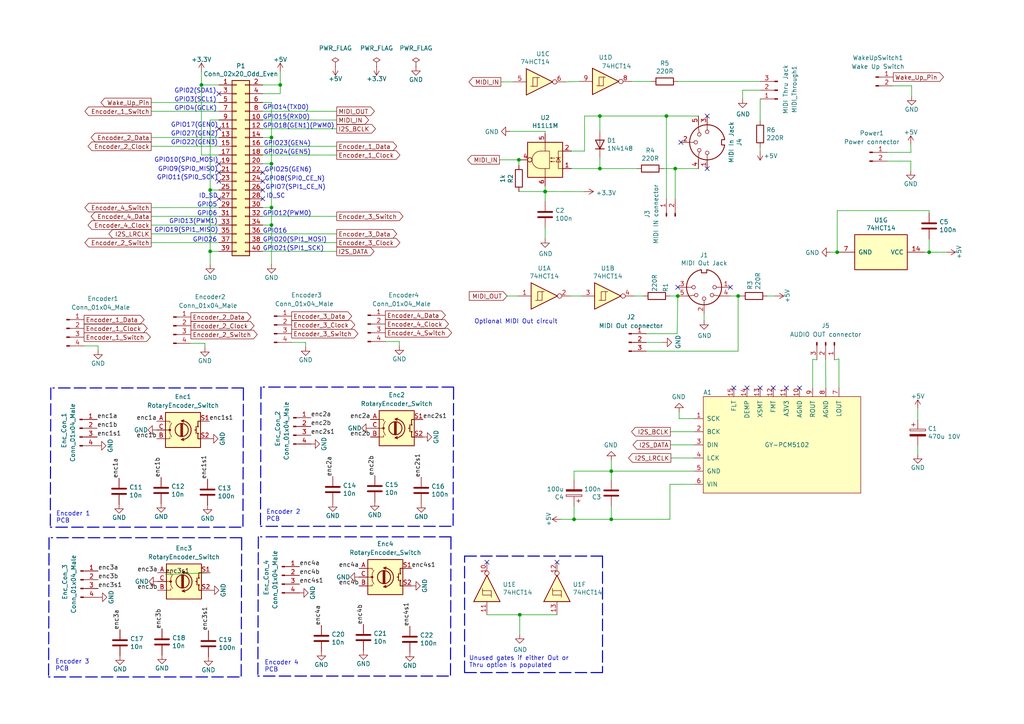
<source format=kicad_sch>
(kicad_sch (version 20211123) (generator eeschema)
  (paper "A4")
  (title_block (title "zynthian miniature") (date "2023-09-01") (rev "1.0") (company "Stojos") (comment 1 "- zynthian controller single") (comment 2 "- clumsyMIDI schematic") (comment 3 "based on:"))
  (junction (at 78.74 60.198))
  (junction (at 177.292 136.652))
  (junction (at 60.96 55.118))
  (junction (at 269.494 73.152))
  (junction (at 78.74 39.878))
  (junction (at 166.497 150.622))
  (junction (at 78.74 65.278))
  (junction (at 81.28 24.638))
  (junction (at 196.596 85.852))
  (junction (at 150.749 178.308))
  (junction (at 60.96 72.898))
  (junction (at 158.115 55.5704))
  (junction (at 242.824 73.152))
  (junction (at 78.74 47.498))
  (junction (at 58.42 24.638))
  (junction (at 150.495 46.355))
  (junction (at 173.99 33.655))
  (junction (at 193.2859 33.655))
  (junction (at 177.292 150.622))
  (junction (at 173.99 48.895))
  (junction (at 214.0864 85.852))
  (junction (at 158.115 55.5502))
  (junction (at 195.8391 48.895))
  (no_connect (at 197.485 41.275))
  (no_connect (at 63.5 27.178))
  (no_connect (at 63.5 57.658))
  (no_connect (at 228.092 112.522))
  (no_connect (at 76.2 52.578))
  (no_connect (at 76.2 50.038))
  (no_connect (at 76.2 57.658))
  (no_connect (at 76.2 55.118))
  (no_connect (at 141.224 163.068))
  (no_connect (at 196.596 83.312))
  (no_connect (at 63.5 50.038))
  (no_connect (at 205.105 48.895))
  (no_connect (at 63.5 47.498))
  (no_connect (at 161.544 163.068))
  (no_connect (at 211.836 83.312))
  (no_connect (at 216.662 112.522))
  (no_connect (at 63.5 37.338))
  (no_connect (at 224.282 112.522))
  (no_connect (at 63.5 52.578))
  (no_connect (at 212.852 112.522))
  (no_connect (at 231.902 112.522))
  (no_connect (at 220.472 112.522))
  (no_connect (at 205.105 33.655))
  (wire (pts (xy 243.332 112.522) (xy 243.332 104.1146)))
  (polyline (pts (xy 70.0918 156.1455) (xy 69.9555 196.1837)) (stroke (width 0.3048)))
  (polyline (pts (xy 75.692 112.268) (xy 75.5557 152.3062)) (stroke (width 0.3048)))
  (wire (pts (xy 81.28 24.638) (xy 76.2 24.638)))
  (wire (pts (xy 194.31 85.852) (xy 196.596 85.852)))
  (wire (pts (xy 196.977 119.507) (xy 196.977 121.412)))
  (wire (pts (xy 173.99 33.655) (xy 193.2859 33.655)))
  (wire (pts (xy 43.8552 60.2131) (xy 63.5 60.198)))
  (wire (pts (xy 183.896 85.852) (xy 186.69 85.852)))
  (wire (pts (xy 55.372 99.568) (xy 59.436 99.568)))
  (wire (pts (xy 177.292 150.622) (xy 194.3068 150.622)))
  (wire (pts (xy 235.712 104.2053) (xy 236.9312 104.3686)))
  (wire (pts (xy 269.494 69.342) (xy 269.494 73.152)))
  (wire (pts (xy 24.384 100.33) (xy 28.448 100.33)))
  (wire (pts (xy 194.3068 140.4601) (xy 201.422 140.462)))
  (wire (pts (xy 220.472 35.052) (xy 220.472 33.782)))
  (wire (pts (xy 43.8552 70.3731) (xy 63.5 70.358)))
  (wire (pts (xy 266.192 121.666) (xy 266.192 118.491)))
  (wire (pts (xy 76.2 72.898) (xy 97.6568 72.9131)))
  (polyline (pts (xy 131.572 112.268) (xy 76.327 112.268)) (stroke (width 0.3048)))
  (polyline (pts (xy 134.747 195.072) (xy 134.747 161.29)) (stroke (width 0.3048)))
  (wire (pts (xy 243.332 104.1146) (xy 242.0112 104.3686)))
  (wire (pts (xy 194.5948 132.8263) (xy 201.422 132.842)))
  (wire (pts (xy 257.302 46.736) (xy 264.1849 46.736)))
  (wire (pts (xy 173.99 33.655) (xy 173.99 38.1)))
  (wire (pts (xy 220.4846 28.6979) (xy 220.472 33.782)))
  (wire (pts (xy 196.977 121.412) (xy 201.422 121.412)))
  (polyline (pts (xy 14.732 112.522) (xy 14.5957 152.5602)) (stroke (width 0.3048)))
  (wire (pts (xy 43.8552 39.8931) (xy 63.5 39.878)))
  (wire (pts (xy 78.74 65.278) (xy 76.2 65.278)))
  (wire (pts (xy 43.8552 29.7331) (xy 63.5 29.718)))
  (wire (pts (xy 195.8391 48.895) (xy 202.565 48.895)))
  (polyline (pts (xy 70.5998 112.7115) (xy 70.4635 152.7497)) (stroke (width 0.3048)))
  (polyline (pts (xy 174.752 161.29) (xy 174.752 195.072)) (stroke (width 0.3048)))
  (wire (pts (xy 58.42 20.828) (xy 58.42 24.638)))
  (wire (pts (xy 239.522 112.522) (xy 239.4712 104.3686)))
  (wire (pts (xy 194.437 125.222) (xy 201.422 125.222)))
  (wire (pts (xy 60.96 34.798) (xy 60.96 55.118)))
  (polyline (pts (xy 131.5598 112.4575) (xy 131.4235 152.4957)) (stroke (width 0.3048)))
  (wire (pts (xy 43.8552 42.4331) (xy 63.5 42.418)))
  (wire (pts (xy 78.74 60.198) (xy 76.2 60.198)))
  (wire (pts (xy 195.834 57.658) (xy 195.8391 48.895)))
  (wire (pts (xy 220.4846 26.1579) (xy 215.392 26.162)))
  (wire (pts (xy 222.504 85.852) (xy 224.79 85.852)))
  (wire (pts (xy 158.115 55.5502) (xy 169.5805 55.5704)))
  (wire (pts (xy 158.115 58.42) (xy 158.115 55.5704)))
  (wire (pts (xy 58.42 24.638) (xy 58.42 44.958)))
  (wire (pts (xy 147.955 38.1) (xy 158.115 38.1)))
  (wire (pts (xy 28.448 100.33) (xy 28.448 101.6)))
  (polyline (pts (xy 14.224 155.956) (xy 14.0877 195.9942)) (stroke (width 0.3048)))
  (polyline (pts (xy 70.104 155.956) (xy 14.859 155.956)) (stroke (width 0.3048)))
  (wire (pts (xy 173.99 33.655) (xy 169.545 33.655)))
  (wire (pts (xy 193.294 57.658) (xy 193.2859 33.655)))
  (wire (pts (xy 78.74 39.878) (xy 78.74 47.498)))
  (wire (pts (xy 158.115 55.5704) (xy 158.115 55.5502)))
  (wire (pts (xy 78.74 60.198) (xy 78.74 65.278)))
  (wire (pts (xy 169.545 43.815) (xy 165.735 43.815)))
  (wire (pts (xy 43.8552 62.7531) (xy 63.5 62.738)))
  (wire (pts (xy 60.96 166.116) (xy 48.006 166.624)))
  (wire (pts (xy 58.42 24.638) (xy 63.5 24.638)))
  (wire (pts (xy 60.96 55.118) (xy 60.96 72.898)))
  (wire (pts (xy 60.96 34.798) (xy 63.5 34.798)))
  (wire (pts (xy 201.422 129.032) (xy 194.4355 129.0269)))
  (wire (pts (xy 264.2177 44.196) (xy 264.16 41.91)))
  (wire (pts (xy 164.084 23.749) (xy 168.021 23.622)))
  (wire (pts (xy 257.302 44.196) (xy 264.2177 44.196)))
  (wire (pts (xy 235.712 112.522) (xy 235.712 104.2053)))
  (wire (pts (xy 78.74 39.878) (xy 76.2 39.878)))
  (wire (pts (xy 111.76 99.06) (xy 115.824 99.06)))
  (wire (pts (xy 204.216 90.932) (xy 204.216 92.964)))
  (wire (pts (xy 187.452 96.774) (xy 196.3978 96.774)))
  (wire (pts (xy 187.452 99.314) (xy 192.278 99.314)))
  (polyline (pts (xy 70.612 112.522) (xy 15.367 112.522)) (stroke (width 0.3048)))
  (wire (pts (xy 166.497 136.652) (xy 166.497 139.192)))
  (wire (pts (xy 165.481 85.852) (xy 168.656 85.852)))
  (wire (pts (xy 144.8773 46.355) (xy 150.495 46.355)))
  (wire (pts (xy 166.497 136.652) (xy 177.292 136.652)))
  (wire (pts (xy 84.582 99.314) (xy 88.646 99.314)))
  (wire (pts (xy 214.0864 101.854) (xy 214.0864 85.852)))
  (wire (pts (xy 78.74 65.278) (xy 78.74 76.708)))
  (wire (pts (xy 60.96 72.898) (xy 63.5 72.898)))
  (wire (pts (xy 196.3978 96.774) (xy 196.596 85.852)))
  (wire (pts (xy 78.74 47.498) (xy 76.2 47.498)))
  (wire (pts (xy 192.405 48.895) (xy 195.8391 48.895)))
  (wire (pts (xy 266.192 131.826) (xy 266.192 129.286)))
  (wire (pts (xy 240.919 73.152) (xy 242.824 73.152)))
  (wire (pts (xy 269.494 73.152) (xy 268.224 73.152)))
  (wire (pts (xy 201.422 136.652) (xy 177.292 136.652)))
  (wire (pts (xy 76.2 62.738) (xy 97.6568 62.7531)))
  (wire (pts (xy 150.495 55.5431) (xy 158.115 55.5704)))
  (polyline (pts (xy 130.048 196.088) (xy 74.803 196.088)) (stroke (width 0.3048)))
  (wire (pts (xy 78.74 29.718) (xy 76.2 29.718)))
  (wire (pts (xy 78.74 29.718) (xy 78.74 39.878)))
  (wire (pts (xy 76.2 67.818) (xy 97.6568 67.8331)))
  (wire (pts (xy 215.392 28.702) (xy 215.392 26.162)))
  (wire (pts (xy 147.066 85.852) (xy 150.241 85.852)))
  (wire (pts (xy 177.292 136.652) (xy 177.292 133.477)))
  (wire (pts (xy 81.28 20.828) (xy 81.28 24.638)))
  (wire (pts (xy 177.292 139.192) (xy 177.292 136.652)))
  (wire (pts (xy 141.224 178.308) (xy 150.749 178.308)))
  (wire (pts (xy 166.497 150.622) (xy 162.687 150.622)))
  (wire (pts (xy 194.3068 140.4601) (xy 194.3068 150.622)))
  (wire (pts (xy 97.6568 34.8131) (xy 76.2 34.798)))
  (wire (pts (xy 58.42 44.958) (xy 63.5 44.958)))
  (wire (pts (xy 60.96 72.898) (xy 60.96 76.708)))
  (wire (pts (xy 274.574 73.152) (xy 269.494 73.152)))
  (wire (pts (xy 158.115 38.1) (xy 158.115 38.735)))
  (wire (pts (xy 177.292 150.622) (xy 166.497 150.622)))
  (wire (pts (xy 150.749 178.308) (xy 161.544 178.308)))
  (wire (pts (xy 115.824 99.06) (xy 115.824 100.33)))
  (wire (pts (xy 184.785 48.895) (xy 173.99 48.895)))
  (polyline (pts (xy 69.342 196.342) (xy 14.097 196.342)) (stroke (width 0.3048)))
  (wire (pts (xy 60.96 55.118) (xy 63.5 55.118)))
  (wire (pts (xy 242.824 61.087) (xy 269.494 61.087)))
  (wire (pts (xy 76.2 42.418) (xy 97.6568 42.4331)))
  (polyline (pts (xy 174.752 195.072) (xy 134.747 195.072)) (stroke (width 0.3048)))
  (wire (pts (xy 173.99 45.72) (xy 173.99 48.895)))
  (wire (pts (xy 242.824 73.152) (xy 242.824 61.087)))
  (wire (pts (xy 169.545 33.655) (xy 169.545 43.815)))
  (polyline (pts (xy 69.85 152.908) (xy 14.605 152.908)) (stroke (width 0.3048)))
  (wire (pts (xy 269.494 61.087) (xy 269.494 61.722)))
  (wire (pts (xy 183.261 23.622) (xy 188.976 23.622)))
  (wire (pts (xy 78.74 47.498) (xy 78.74 60.198)))
  (wire (pts (xy 88.646 99.314) (xy 88.646 100.584)))
  (wire (pts (xy 177.292 146.812) (xy 177.292 150.622)))
  (wire (pts (xy 148.844 23.749) (xy 145.278 23.7518)))
  (wire (pts (xy 264.1849 46.736) (xy 264.16 49.53)))
  (wire (pts (xy 59.436 99.568) (xy 59.436 100.838)))
  (wire (pts (xy 150.495 46.355) (xy 150.495 47.9231)))
  (polyline (pts (xy 130.81 152.654) (xy 75.565 152.654)) (stroke (width 0.3048)))
  (wire (pts (xy 81.28 27.178) (xy 76.2 27.178)))
  (wire (pts (xy 76.2 44.958) (xy 97.6568 44.9731)))
  (wire (pts (xy 187.452 101.854) (xy 214.0864 101.854)))
  (wire (pts (xy 76.2 70.358) (xy 97.6568 70.3731)))
  (wire (pts (xy 173.99 48.895) (xy 165.735 48.895)))
  (polyline (pts (xy 74.93 155.702) (xy 74.7937 195.7402)) (stroke (width 0.3048)))
  (wire (pts (xy 214.0864 85.852) (xy 214.884 85.852)))
  (wire (pts (xy 158.115 66.04) (xy 158.115 69.215)))
  (wire (pts (xy 264.414 24.892) (xy 264.414 27.94)))
  (wire (pts (xy 43.8552 32.2731) (xy 63.5 32.258)))
  (wire (pts (xy 76.2 32.258) (xy 97.6568 32.2731)))
  (wire (pts (xy 211.836 85.852) (xy 214.0864 85.852)))
  (wire (pts (xy 193.2859 33.655) (xy 202.565 33.655)))
  (wire (pts (xy 220.472 43.942) (xy 220.472 42.672)))
  (wire (pts (xy 43.8552 67.8331) (xy 63.5 67.818)))
  (polyline (pts (xy 130.7978 155.8915) (xy 130.6615 195.9297)) (stroke (width 0.3048)))
  (wire (pts (xy 196.596 23.622) (xy 220.4846 23.6179)))
  (wire (pts (xy 76.2 37.338) (xy 97.6568 37.3531)))
  (wire (pts (xy 166.497 150.622) (xy 166.497 146.812)))
  (polyline (pts (xy 130.81 155.702) (xy 75.565 155.702)) (stroke (width 0.3048)))
  (polyline (pts (xy 174.752 161.29) (xy 134.747 161.29)) (stroke (width 0.3048)))
  (wire (pts (xy 259.08 24.892) (xy 264.414 24.892)))
  (wire (pts (xy 81.28 24.638) (xy 81.28 27.178)))
  (wire (pts (xy 150.749 178.308) (xy 150.749 184.023)))
  (wire (pts (xy 63.5 65.278) (xy 43.8552 65.2931)))
  (wire (pts (xy 158.115 55.5502) (xy 158.115 53.975)))
  (text "Encoder 1\nPCB" (at 16.256 151.892 0) (effects (font (size 1.27 1.27)) (justify left bottom)))
  (text "GPIO13(PWM1)" (at 49.022 65.024 0) (effects (font (size 1.27 1.27)) (justify left bottom)))
  (text "ID_SC" (at 77.216 57.658 0) (effects (font (size 1.27 1.27)) (justify left bottom)))
  (text "GPIO22(GEN3)" (at 49.53 42.164 0) (effects (font (size 1.27 1.27)) (justify left bottom)))
  (text "GPIO7(SPI1_CE_N)" (at 76.962 55.118 0) (effects (font (size 1.27 1.27)) (justify left bottom)))
  (text "Encoder 3\nPCB" (at 16.002 194.818 0) (effects (font (size 1.27 1.27)) (justify left bottom)))
  (text "GPIO12(PWM0)" (at 76.2 62.738 0) (effects (font (size 1.27 1.27)) (justify left bottom)))
  (text "Encoder 2\nPCB" (at 77.216 151.384 0) (effects (font (size 1.27 1.27)) (justify left bottom)))
  (text "GPIO25(GEN6)" (at 76.708 50.038 0) (effects (font (size 1.27 1.27)) (justify left bottom)))
  (text "ID_SD" (at 57.658 57.658 0) (effects (font (size 1.27 1.27)) (justify left bottom)))
  (text "GPIO23(GEN4)" (at 76.454 42.418 0) (effects (font (size 1.27 1.27)) (justify left bottom)))
  (text "GPIO6" (at 57.15 62.738 0) (effects (font (size 1.27 1.27)) (justify left bottom)))
  (text "GPIO15(RXD0)" (at 76.2 34.798 0) (effects (font (size 1.27 1.27)) (justify left bottom)))
  (text "GPIO26" (at 55.88 70.358 0) (effects (font (size 1.27 1.27)) (justify left bottom)))
  (text "Encoder 4\nPCB" (at 76.708 195.072 0) (effects (font (size 1.27 1.27)) (justify left bottom)))
  (text "GPIO10(SPI0_MOSI)" (at 44.704 47.244 0) (effects (font (size 1.27 1.27)) (justify left bottom)))
  (text "GPIO9(SPI0_MISO)" (at 45.8025 49.8901 0) (effects (font (size 1.27 1.27)) (justify left bottom)))
  (text "GPIO27(GEN2)" (at 49.53 39.624 0) (effects (font (size 1.27 1.27)) (justify left bottom)))
  (text "GPIO14(TXD0)" (at 76.2 32.004 0) (effects (font (size 1.27 1.27)) (justify left bottom)))
  (text "GPIO24(GEN5)" (at 76.454 44.958 0) (effects (font (size 1.27 1.27)) (justify left bottom)))
  (text "GPIO11(SPI0_SCK)" (at 45.466 52.324 0) (effects (font (size 1.27 1.27)) (justify left bottom)))
  (text "Optional MIDI Out circuit" (at 137.541 94.107 0) (effects (font (size 1.27 1.27)) (justify left bottom)))
  (text "GPIO5" (at 57.15 60.198 0) (effects (font (size 1.27 1.27)) (justify left bottom)))
  (text "GPIO19(SPI1_MISO)" (at 44.704 67.564 0) (effects (font (size 1.27 1.27)) (justify left bottom)))
  (text "Unused gates if either Out or\nThru option is populated\n" (at 136.017 193.802 0) (effects (font (size 1.27 1.27)) (justify left bottom)))
  (text "GPIO17(GEN0)" (at 49.53 37.084 0) (effects (font (size 1.27 1.27)) (justify left bottom)))
  (text "GPIO4(GCLK)" (at 50.546 32.258 0) (effects (font (size 1.27 1.27)) (justify left bottom)))
  (text "GPIO8(SPI0_CE_N)" (at 76.734 52.6526 0) (effects (font (size 1.27 1.27)) (justify left bottom)))
  (text "GPIO20(SPI1_MOSI)" (at 76.2 70.358 0) (effects (font (size 1.27 1.27)) (justify left bottom)))
  (text "GPI02(SDA1)" (at 50.546 27.178 0) (effects (font (size 1.27 1.27)) (justify left bottom)))
  (text "GPIO18(GEN1)(PWM0)" (at 76.2 37.338 0) (effects (font (size 1.27 1.27)) (justify left bottom)))
  (text "GPIO21(SPI1_SCK)" (at 76.2 72.898 0) (effects (font (size 1.27 1.27)) (justify left bottom)))
  (text "GPIO3(SCL1)" (at 50.546 29.718 0) (effects (font (size 1.27 1.27)) (justify left bottom)))
  (text "GPIO16" (at 76.2 67.818 0) (effects (font (size 1.27 1.27)) (justify left bottom)))
  (label "enc1a" (at 34.544 138.684 90))
  (label "enc2a" (at 96.52 138.176 90))
  (label "enc1b" (at 46.736 138.43 90))
  (label "enc3s1" (at 60.452 182.88 90))
  (label "enc1a" (at 45.466 122.174 180))
  (label "enc4s1" (at 119.38 164.846 0))
  (label "enc2s1" (at 122.174 138.43 90))
  (label "enc3b" (at 45.72 171.196 180))
  (label "enc4a" (at 86.868 164.338 0))
  (label "enc4a" (at 104.14 164.846 180))
  (label "enc2a" (at 90.17 121.158 0))
  (label "enc3s1" (at 48.006 166.624 0))
  (label "enc3a" (at 45.72 166.116 180))
  (label "enc4b" (at 105.41 181.102 90))
  (label "enc1b" (at 28.194 124.206 0))
  (label "enc4b" (at 86.868 166.878 0))
  (label "enc3s1" (at 28.448 170.688 0))
  (label "enc2b" (at 107.442 126.746 180))
  (label "enc4a" (at 93.218 181.356 90))
  (label "enc4b" (at 104.14 169.926 180))
  (label "enc2b" (at 90.17 123.698 0))
  (label "enc2b" (at 108.712 137.922 90))
  (label "enc1a" (at 28.194 121.666 0))
  (label "enc2s1" (at 122.682 121.666 0))
  (label "enc3a" (at 34.798 182.626 90))
  (label "enc3a" (at 28.448 165.608 0))
  (label "enc2a" (at 107.442 121.666 180))
  (label "enc4s1" (at 118.872 181.61 90))
  (label "enc1s1" (at 60.198 138.938 90))
  (label "enc2s1" (at 90.17 126.238 0))
  (label "enc4s1" (at 86.868 169.418 0))
  (label "enc3b" (at 28.448 168.148 0))
  (label "enc1s1" (at 60.706 122.174 0))
  (label "enc1b" (at 45.466 127.254 180))
  (label "enc1s1" (at 28.194 126.746 0))
  (label "enc3b" (at 46.99 182.372 90))
  (global_label "I2S_BCLK" (shape output) (at 97.6568 37.3531 0) (property "Intersheet References" "${INTERSHEET_REFS}" (effects hide)))
  (global_label "MIDI_OUT" (shape input) (at 147.066 85.852 180) (property "Intersheet References" "${INTERSHEET_REFS}" (effects hide)))
  (global_label "MIDI_IN" (shape output) (at 97.6568 34.8131 0) (property "Intersheet References" "${INTERSHEET_REFS}" (effects hide)))
  (global_label "Encoder_2_Data" (shape output) (at 55.372 91.948 0) (property "Intersheet References" "${INTERSHEET_REFS}" (effects hide)))
  (global_label "I2S_BCLK" (shape output) (at 194.437 125.222 180) (property "Intersheet References" "${INTERSHEET_REFS}" (effects hide)))
  (global_label "Encoder_3_Switch" (shape output) (at 97.6568 62.7531 0) (property "Intersheet References" "${INTERSHEET_REFS}" (effects hide)))
  (global_label "I2S_LRCLK" (shape output) (at 194.5948 132.8263 180) (property "Intersheet References" "${INTERSHEET_REFS}" (effects hide)))
  (global_label "Encoder_2_Clock" (shape output) (at 55.372 94.488 0) (property "Intersheet References" "${INTERSHEET_REFS}" (effects hide)))
  (global_label "Encoder_4_Clock" (shape output) (at 43.8552 65.2931 180) (property "Intersheet References" "${INTERSHEET_REFS}" (effects hide)))
  (global_label "Encoder_3_Data" (shape output) (at 97.6568 67.8331 0) (property "Intersheet References" "${INTERSHEET_REFS}" (effects hide)))
  (global_label "MIDI_IN" (shape output) (at 144.8773 46.355 180) (property "Intersheet References" "${INTERSHEET_REFS}" (effects hide)))
  (global_label "Encoder_3_Data" (shape output) (at 84.582 91.694 0) (property "Intersheet References" "${INTERSHEET_REFS}" (effects hide)))
  (global_label "MIDI_IN" (shape output) (at 145.278 23.7518 180) (property "Intersheet References" "${INTERSHEET_REFS}" (effects hide)))
  (global_label "Encoder_3_Switch" (shape output) (at 84.582 96.774 0) (property "Intersheet References" "${INTERSHEET_REFS}" (effects hide)))
  (global_label "Encoder_1_Switch" (shape output) (at 24.384 97.79 0) (property "Intersheet References" "${INTERSHEET_REFS}" (effects hide)))
  (global_label "Encoder_2_Switch" (shape output) (at 43.8552 70.3731 180) (property "Intersheet References" "${INTERSHEET_REFS}" (effects hide)))
  (global_label "Encoder_2_Switch" (shape output) (at 55.372 97.028 0) (property "Intersheet References" "${INTERSHEET_REFS}" (effects hide)))
  (global_label "Encoder_4_Data" (shape output) (at 43.8552 62.7531 180) (property "Intersheet References" "${INTERSHEET_REFS}" (effects hide)))
  (global_label "Encoder_2_Data" (shape output) (at 43.8552 39.8931 180) (property "Intersheet References" "${INTERSHEET_REFS}" (effects hide)))
  (global_label "Encoder_4_Switch" (shape output) (at 111.76 96.52 0) (property "Intersheet References" "${INTERSHEET_REFS}" (effects hide)))
  (global_label "Encoder_3_Clock" (shape output) (at 97.6568 70.3731 0) (property "Intersheet References" "${INTERSHEET_REFS}" (effects hide)))
  (global_label "I2S_DATA" (shape output) (at 194.4355 129.0269 180) (property "Intersheet References" "${INTERSHEET_REFS}" (effects hide)))
  (global_label "Encoder_4_Clock" (shape output) (at 111.76 93.98 0) (property "Intersheet References" "${INTERSHEET_REFS}" (effects hide)))
  (global_label "Encoder_2_Clock" (shape output) (at 43.8552 42.4331 180) (property "Intersheet References" "${INTERSHEET_REFS}" (effects hide)))
  (global_label "Encoder_1_Data" (shape output) (at 24.384 92.71 0) (property "Intersheet References" "${INTERSHEET_REFS}" (effects hide)))
  (global_label "I2S_DATA" (shape output) (at 97.6568 72.9131 0) (property "Intersheet References" "${INTERSHEET_REFS}" (effects hide)))
  (global_label "Encoder_1_Clock" (shape output) (at 97.6568 44.9731 0) (property "Intersheet References" "${INTERSHEET_REFS}" (effects hide)))
  (global_label "Encoder_1_Clock" (shape output) (at 24.384 95.25 0) (property "Intersheet References" "${INTERSHEET_REFS}" (effects hide)))
  (global_label "Wake_Up_Pin" (shape output) (at 259.08 22.352 0) (property "Intersheet References" "${INTERSHEET_REFS}" (effects hide)))
  (global_label "MIDI_OUT" (shape output) (at 97.6568 32.2731 0) (property "Intersheet References" "${INTERSHEET_REFS}" (effects hide)))
  (global_label "Encoder_4_Switch" (shape output) (at 43.8552 60.2131 180) (property "Intersheet References" "${INTERSHEET_REFS}" (effects hide)))
  (global_label "Encoder_1_Switch" (shape output) (at 43.8552 32.2731 180) (property "Intersheet References" "${INTERSHEET_REFS}" (effects hide)))
  (global_label "Encoder_1_Data" (shape output) (at 97.6568 42.4331 0) (property "Intersheet References" "${INTERSHEET_REFS}" (effects hide)))
  (global_label "Encoder_3_Clock" (shape output) (at 84.582 94.234 0) (property "Intersheet References" "${INTERSHEET_REFS}" (effects hide)))
  (global_label "Encoder_4_Data" (shape output) (at 111.76 91.44 0) (property "Intersheet References" "${INTERSHEET_REFS}" (effects hide)))
  (global_label "Wake_Up_Pin" (shape output) (at 43.8552 29.7331 180) (property "Intersheet References" "${INTERSHEET_REFS}" (effects hide)))
  (global_label "I2S_LRCLK" (shape output) (at 43.8552 67.8331 180) (property "Intersheet References" "${INTERSHEET_REFS}" (effects hide)))
  (symbol (lib_id "power:+5V") (at 81.28 20.828 0) (unit 1)
    (property "Reference" "#PWR010" (effects hide))
    (property "Value" "+5V" (at 81.28 17.272 0))
  )
  (symbol (lib_id "power:+3.3V") (at 58.42 20.828 0) (unit 1)
    (property "Reference" "#PWR06" (effects hide))
    (property "Value" "+3.3V" (at 58.42 17.272 0))
  )
  (symbol (lib_id "power:GND") (at 78.74 76.708 0) (unit 1)
    (property "Reference" "#PWR09" (effects hide))
    (property "Value" "GND" (at 78.74 80.518 0))
  )
  (symbol (lib_id "power:GND") (at 60.96 76.708 0) (unit 1)
    (property "Reference" "#PWR07" (effects hide))
    (property "Value" "GND" (at 60.96 80.518 0))
  )
  (symbol (lib_id "Connector_Generic:Conn_02x20_Odd_Even") (at 68.58 47.498 0) (unit 1)
    (property "Reference" "P1" (at 69.85 19.1262 0))
    (property "Value" "Conn_02x20_Odd_Even" (at 69.85 21.4376 0))
    (property "Footprint" "Connector_PinSocket_2.54mm:PinSocket_2x20_P2.54mm_Vertical" (effects hide))
  )
  (symbol (lib_id "Connector:DIN-5_180degree") (at 205.105 41.275 90) (unit 1)
    (property "Reference" "J4" (at 214.4268 41.275 0))
    (property "Value" "MIDI In Jack" (at 212.1154 41.275 0))
    (property "Footprint" "footprints:MultiDIN5" (effects hide))
  )
  (symbol (lib_id "Device:D") (at 173.99 41.91 90) (unit 1)
    (property "Reference" "D1" (at 176.022 40.7416 90) (effects (justify right)))
    (property "Value" "1N4148" (at 176.022 43.053 90) (effects (justify right)))
    (property "Footprint" "Diode_THT:D_DO-35_SOD27_P7.62mm_Horizontal" (effects hide))
  )
  (symbol (lib_id "Device:R") (at 188.595 48.895 270) (unit 1)
    (property "Reference" "R4" (at 188.595 43.6372 90))
    (property "Value" "220R" (at 188.595 45.9486 90))
    (property "Footprint" "Resistor_THT:R_Axial_DIN0207_L6.3mm_D2.5mm_P7.62mm_Horizontal" (effects hide))
  )
  (symbol (lib_id "Isolator:H11L1") (at 158.115 46.355 180) (unit 1)
    (property "Reference" "U2" (at 158.115 34.1376 0))
    (property "Value" "H11L1M" (at 158.115 36.449 0))
    (property "Footprint" "Package_DIP:DIP-6_W7.62mm" (effects hide))
  )
  (symbol (lib_id "Device:R") (at 150.495 51.7331 180) (unit 1)
    (property "Reference" "R2" (at 148.082 51.816 90))
    (property "Value" "1k" (at 145.7706 51.816 90))
    (property "Footprint" "Resistor_THT:R_Axial_DIN0207_L6.3mm_D2.5mm_P7.62mm_Horizontal" (effects hide))
  )
  (symbol (lib_id "Device:C") (at 158.115 62.23 0) (unit 1)
    (property "Reference" "C2" (at 161.036 61.0616 0) (effects (justify left)))
    (property "Value" "100n" (at 161.036 63.373 0) (effects (justify left)))
    (property "Footprint" "Capacitor_THT:C_Rect_L7.0mm_W2.0mm_P5.00mm" (effects hide))
  )
  (symbol (lib_id "power:GND") (at 147.955 38.1 270) (unit 1)
    (property "Reference" "#PWR017" (effects hide))
    (property "Value" "GND" (at 144.7038 38.227 90) (effects (justify right)))
  )
  (symbol (lib_id "power:+3.3V") (at 169.5805 55.5704 270) (unit 1)
    (property "Reference" "#PWR020" (effects hide))
    (property "Value" "+3.3V" (at 172.8317 55.9514 90) (effects (justify left)))
  )
  (symbol (lib_id "power:GND") (at 158.115 69.215 0) (unit 1)
    (property "Reference" "#PWR019" (effects hide))
    (property "Value" "GND" (at 158.242 73.6092 0))
  )
  (symbol (lib_id "Device:C") (at 177.292 143.002 180) (unit 1)
    (property "Reference" "C3" (at 174.371 144.1704 0) (effects (justify left)))
    (property "Value" "100n" (at 174.371 141.859 0) (effects (justify left)))
    (property "Footprint" "Capacitor_THT:C_Rect_L7.0mm_W2.0mm_P5.00mm" (effects hide))
  )
  (symbol (lib_id "Device:C_Polarized") (at 266.192 125.476 0) (unit 1)
    (property "Reference" "C1" (at 269.113 124.3076 0) (effects (justify left)))
    (property "Value" "470u 10V" (at 269.113 126.619 0) (effects (justify left)))
    (property "Footprint" "Capacitor_THT:CP_Radial_D8.0mm_P3.50mm" (effects hide))
  )
  (symbol (lib_id "power:+5V") (at 266.192 118.491 0) (unit 1)
    (property "Reference" "#PWR01" (effects hide))
    (property "Value" "+5V" (at 266.192 114.935 0))
  )
  (symbol (lib_id "power:GND") (at 266.192 131.826 0) (unit 1)
    (property "Reference" "#PWR02" (effects hide))
    (property "Value" "GND" (at 266.192 135.636 0))
  )
  (symbol (lib_id "Device:C_Polarized") (at 166.497 143.002 180) (unit 1)
    (property "Reference" "C4" (at 163.576 144.1704 0) (effects (justify left)))
    (property "Value" "100u" (at 163.576 141.859 0) (effects (justify left)))
    (property "Footprint" "Capacitor_THT:CP_Radial_D6.3mm_P2.50mm" (effects hide))
  )
  (symbol (lib_id "power:+5V") (at 162.687 150.622 90) (unit 1)
    (property "Reference" "#PWR023" (effects hide))
    (property "Value" "+5V" (at 159.131 150.622 0))
  )
  (symbol (lib_id "power:GND") (at 177.292 133.477 180) (unit 1)
    (property "Reference" "#PWR022" (effects hide))
    (property "Value" "GND" (at 177.165 129.0828 0))
  )
  (symbol (lib_id "gy-pcm5102:GY-PCM5102") (at 226.822 129.032 0) (unit 1)
    (property "Reference" "A1" (at 203.962 113.792 0) (effects (justify left)))
    (property "Value" "GY-PCM5102" (at 221.742 129.032 0) (effects (justify left)))
    (property "Footprint" "footprints:GY-PCM5102" (effects hide))
  )
  (symbol (lib_id "power:GND") (at 196.977 119.507 180) (unit 1)
    (property "Reference" "#PWR021" (effects hide))
    (property "Value" "GND" (at 196.85 115.1128 0))
  )
  (symbol (lib_id "74xx:74HC14") (at 157.861 85.852 0) (unit 1)
    (property "Reference" "U1" (at 157.861 77.8002 0))
    (property "Value" "74HCT14" (at 157.861 80.1116 0))
    (property "Footprint" "Package_DIP:DIP-14_W7.62mm" (effects hide))
    (property "Datasheet" "http://www.ti.com/lit/gpn/sn74HC14" (effects hide))
  )
  (symbol (lib_id "74xx:74HC14") (at 176.276 85.852 0) (unit 2)
    (property "Reference" "U1" (at 176.276 77.8002 0))
    (property "Value" "74HCT14" (at 176.276 80.1116 0))
    (property "Footprint" "Package_DIP:DIP-14_W7.62mm" (effects hide))
    (property "Datasheet" "http://www.ti.com/lit/gpn/sn74HC14" (effects hide))
  )
  (symbol (lib_id "74xx:74HC14") (at 156.464 23.749 0) (unit 3)
    (property "Reference" "U1" (at 159.512 15.621 0) (effects (justify right)))
    (property "Value" "74HCT14" (at 159.512 17.9324 0) (effects (justify right)))
    (property "Footprint" "Package_DIP:DIP-14_W7.62mm" (effects hide))
    (property "Datasheet" "http://www.ti.com/lit/gpn/sn74HC14" (effects hide))
  )
  (symbol (lib_id "74xx:74HC14") (at 175.641 23.622 0) (unit 4)
    (property "Reference" "U1" (at 175.641 16.637 0))
    (property "Value" "74HCT14" (at 178.816 19.177 0))
    (property "Footprint" "Package_DIP:DIP-14_W7.62mm" (effects hide))
    (property "Datasheet" "http://www.ti.com/lit/gpn/sn74HC14" (effects hide))
  )
  (symbol (lib_id "74xx:74HC14") (at 141.224 170.688 90) (unit 5)
    (property "Reference" "U1" (at 145.796 169.5196 90) (effects (justify right)))
    (property "Value" "74HCT14" (at 145.796 171.831 90) (effects (justify right)))
    (property "Footprint" "Package_DIP:DIP-14_W7.62mm" (effects hide))
    (property "Datasheet" "http://www.ti.com/lit/gpn/sn74HC14" (effects hide))
  )
  (symbol (lib_id "74xx:74HC14") (at 161.544 170.688 90) (unit 6)
    (property "Reference" "U1" (at 166.116 169.5196 90) (effects (justify right)))
    (property "Value" "74HCT14" (at 166.116 171.831 90) (effects (justify right)))
    (property "Footprint" "Package_DIP:DIP-14_W7.62mm" (effects hide))
    (property "Datasheet" "http://www.ti.com/lit/gpn/sn74HC14" (effects hide))
  )
  (symbol (lib_id "74xx:74HC14") (at 255.524 73.152 270) (unit 7)
    (property "Reference" "U1" (at 255.524 63.8302 90))
    (property "Value" "74HCT14" (at 255.524 66.1416 90))
    (property "Footprint" "Package_DIP:DIP-14_W7.62mm" (effects hide))
    (property "Datasheet" "http://www.ti.com/lit/gpn/sn74HC14" (effects hide))
  )
  (symbol (lib_id "Device:C") (at 269.494 65.532 0) (unit 1)
    (property "Reference" "C5" (at 272.415 64.3636 0) (effects (justify left)))
    (property "Value" "100n" (at 272.415 66.675 0) (effects (justify left)))
    (property "Footprint" "Capacitor_THT:C_Rect_L7.0mm_W2.0mm_P5.00mm" (effects hide))
  )
  (symbol (lib_id "power:+5V") (at 274.574 73.152 270) (unit 1)
    (property "Reference" "#PWR027" (effects hide))
    (property "Value" "+5V" (at 278.13 73.152 0))
  )
  (symbol (lib_id "power:GND") (at 240.919 73.152 270) (unit 1)
    (property "Reference" "#PWR026" (effects hide))
    (property "Value" "GND" (at 237.6678 73.279 90) (effects (justify right)))
  )
  (symbol (lib_id "Connector:DIN-5_180degree") (at 204.216 83.312 180) (unit 1)
    (property "Reference" "J1" (at 204.216 73.9902 0))
    (property "Value" "MIDI Out Jack" (at 204.216 76.3016 0))
    (property "Footprint" "footprints:MultiDIN5" (effects hide))
  )
  (symbol (lib_id "Connector:Conn_01x03_Male") (at 225.5646 26.1579 180) (unit 1)
    (property "Reference" "MIDI_Through1" (at 230.3906 25.9039 90))
    (property "Value" "MIDI Thru Jack" (at 227.8506 25.9039 90))
    (property "Footprint" "Connector_PinHeader_2.54mm:PinHeader_1x03_P2.54mm_Vertical" (effects hide))
  )
  (symbol (lib_id "Device:R") (at 192.786 23.622 270) (unit 1)
    (property "Reference" "R5" (at 192.786 18.3642 90))
    (property "Value" "220R" (at 192.786 20.6756 90))
    (property "Footprint" "Resistor_THT:R_Axial_DIN0207_L6.3mm_D2.5mm_P7.62mm_Horizontal" (effects hide))
  )
  (symbol (lib_id "power:+5V") (at 220.472 43.942 180) (unit 1)
    (property "Reference" "#PWR025" (effects hide))
    (property "Value" "+5V" (at 223.52 45.212 0))
  )
  (symbol (lib_id "Device:R") (at 220.472 38.862 180) (unit 1)
    (property "Reference" "R6" (at 222.25 37.6936 0) (effects (justify right)))
    (property "Value" "220R" (at 222.25 40.005 0) (effects (justify right)))
    (property "Footprint" "Resistor_THT:R_Axial_DIN0207_L6.3mm_D2.5mm_P7.62mm_Horizontal" (effects hide))
  )
  (symbol (lib_id "power:GND") (at 215.392 28.702 0) (unit 1)
    (property "Reference" "#PWR024" (effects hide))
    (property "Value" "GND" (at 215.519 33.0962 0))
  )
  (symbol (lib_id "power:+5V") (at 224.79 85.852 270) (unit 1)
    (property "Reference" "#PWR018" (effects hide))
    (property "Value" "+5V" (at 228.346 85.852 0))
  )
  (symbol (lib_id "Device:R") (at 218.694 85.852 270) (unit 1)
    (property "Reference" "R3" (at 217.5256 84.074 0) (effects (justify right)))
    (property "Value" "220R" (at 219.837 84.074 0) (effects (justify right)))
    (property "Footprint" "Resistor_THT:R_Axial_DIN0207_L6.3mm_D2.5mm_P7.62mm_Horizontal" (effects hide))
  )
  (symbol (lib_id "power:GND") (at 204.216 92.964 0) (unit 1)
    (property "Reference" "#PWR014" (effects hide))
    (property "Value" "GND" (at 204.343 97.3582 0))
  )
  (symbol (lib_id "power:GND") (at 150.749 184.023 0) (unit 1)
    (property "Reference" "#PWR03" (effects hide))
    (property "Value" "GND" (at 150.876 188.4172 0))
  )
  (symbol (lib_id "Device:R") (at 190.5 85.852 270) (unit 1)
    (property "Reference" "R1" (at 193.04 82.042 0) (effects (justify left)))
    (property "Value" "220R" (at 189.865 79.502 0) (effects (justify left)))
    (property "Footprint" "Resistor_THT:R_Axial_DIN0207_L6.3mm_D2.5mm_P7.62mm_Horizontal" (effects hide))
  )
  (symbol (lib_id "power:GND") (at 264.16 49.53 0) (unit 1)
    (property "Reference" "#PWR012" (effects hide))
    (property "Value" "GND" (at 264.16 53.34 0))
  )
  (symbol (lib_id "power:PWR_FLAG") (at 120.65 19.304 0) (unit 1)
    (property "Reference" "#FLG0103" (effects hide))
    (property "Value" "PWR_FLAG" (at 120.65 13.97 0))
  )
  (symbol (lib_id "power:GND") (at 122.682 126.746 90) (unit 1)
    (property "Reference" "#PWR0102" (effects hide))
    (property "Value" "GND" (at 126.492 126.746 0))
  )
  (symbol (lib_id "power:GND") (at 104.14 167.386 270) (unit 1)
    (property "Reference" "#PWR0121" (effects hide))
    (property "Value" "GND" (at 99.568 167.386 90))
  )
  (symbol (lib_id "Device:RotaryEncoder_Switch") (at 115.062 124.206 0) (unit 1)
    (property "Reference" "Enc2" (at 115.062 114.554 0))
    (property "Value" "RotaryEncoder_Switch" (at 115.062 117.094 0))
    (property "Footprint" "Rotary_Encoder:RotaryEncoder_Alps_EC12E-Switch_Vertical_H20mm" (effects hide))
  )
  (symbol (lib_id "power:GND") (at 122.174 146.05 0) (unit 1)
    (property "Reference" "#PWR0108" (effects hide))
    (property "Value" "GND" (at 122.174 149.86 0))
  )
  (symbol (lib_id "power:GND") (at 28.448 173.228 90) (unit 1)
    (property "Reference" "#PWR0115" (effects hide))
    (property "Value" "GND" (at 32.258 173.228 0))
  )
  (symbol (lib_id "Connector:Conn_01x04_Male") (at 79.502 94.234 0) (unit 1)
    (property "Reference" "Encoder3" (at 88.9 85.598 0))
    (property "Value" "Conn_01x04_Male" (at 88.265 88.138 0))
    (property "Footprint" "Connector_PinHeader_2.54mm:PinHeader_1x04_P2.54mm_Vertical" (effects hide))
  )
  (symbol (lib_id "power:GND") (at 46.736 146.05 0) (unit 1)
    (property "Reference" "#PWR0120" (effects hide))
    (property "Value" "GND" (at 46.736 149.86 0))
  )
  (symbol (lib_id "power:GND") (at 60.198 146.558 0) (unit 1)
    (property "Reference" "#PWR0118" (effects hide))
    (property "Value" "GND" (at 60.198 150.368 0))
  )
  (symbol (lib_id "Connector:Conn_01x04_Male") (at 19.304 95.25 0) (unit 1)
    (property "Reference" "Encoder1" (at 29.845 86.614 0))
    (property "Value" "Conn_01x04_Male" (at 29.21 89.154 0))
    (property "Footprint" "Connector_PinHeader_2.54mm:PinHeader_1x04_P2.54mm_Vertical" (effects hide))
  )
  (symbol (lib_id "Connector:Conn_01x04_Male") (at 81.788 166.878 0) (unit 1)
    (property "Reference" "Enc_Con_4" (at 77.216 167.513 90))
    (property "Value" "Conn_01x04_Male" (at 79.756 168.148 90))
    (property "Footprint" "Connector_PinHeader_2.54mm:PinHeader_1x04_P2.54mm_Vertical" (effects hide))
  )
  (symbol (lib_id "power:+5V") (at 97.282 19.304 180) (unit 1)
    (property "Reference" "#PWR0125" (effects hide))
    (property "Value" "+5V" (at 97.282 22.86 0))
  )
  (symbol (lib_id "Connector:Conn_01x04_Male") (at 23.114 124.206 0) (unit 1)
    (property "Reference" "Enc_Con_1" (at 18.542 124.841 90))
    (property "Value" "Conn_01x04_Male" (at 21.082 125.476 90))
    (property "Footprint" "Connector_PinHeader_2.54mm:PinHeader_1x04_P2.54mm_Vertical" (effects hide))
  )
  (symbol (lib_id "power:GND") (at 45.466 124.714 270) (unit 1)
    (property "Reference" "#PWR0124" (effects hide))
    (property "Value" "GND" (at 40.894 124.714 90))
  )
  (symbol (lib_id "Device:C") (at 34.544 142.494 0) (unit 1)
    (property "Reference" "C11" (at 37.465 141.3256 0) (effects (justify left)))
    (property "Value" "10n" (at 37.465 143.637 0) (effects (justify left)))
    (property "Footprint" "Capacitor_THT:C_Rect_L4.0mm_W2.5mm_P2.50mm" (effects hide))
  )
  (symbol (lib_id "power:GND") (at 60.96 171.196 90) (unit 1)
    (property "Reference" "#PWR0113" (effects hide))
    (property "Value" "GND" (at 64.77 171.196 0))
  )
  (symbol (lib_id "power:GND") (at 96.52 145.796 0) (unit 1)
    (property "Reference" "#PWR0110" (effects hide))
    (property "Value" "GND" (at 96.52 149.606 0))
  )
  (symbol (lib_id "power:GND") (at 115.824 100.33 0) (unit 1)
    (property "Reference" "#PWR016" (effects hide))
    (property "Value" "GND" (at 115.824 104.14 0))
  )
  (symbol (lib_id "Device:C") (at 96.52 141.986 0) (unit 1)
    (property "Reference" "C14" (at 99.441 140.8176 0) (effects (justify left)))
    (property "Value" "10n" (at 99.441 143.129 0) (effects (justify left)))
    (property "Footprint" "Capacitor_THT:C_Rect_L4.0mm_W2.5mm_P2.50mm" (effects hide))
  )
  (symbol (lib_id "power:GND") (at 120.65 19.304 0) (unit 1)
    (property "Reference" "#PWR0127" (effects hide))
    (property "Value" "GND" (at 120.65 23.114 0))
  )
  (symbol (lib_id "power:GND") (at 108.712 145.542 0) (unit 1)
    (property "Reference" "#PWR0109" (effects hide))
    (property "Value" "GND" (at 108.712 149.352 0))
  )
  (symbol (lib_id "Connector:Conn_01x04_Male") (at 85.09 123.698 0) (unit 1)
    (property "Reference" "Enc_Con_2" (at 80.518 124.333 90))
    (property "Value" "Conn_01x04_Male" (at 83.058 124.968 90))
    (property "Footprint" "Connector_PinHeader_2.54mm:PinHeader_1x04_P2.54mm_Vertical" (effects hide))
  )
  (symbol (lib_id "Connector:Conn_01x04_Male") (at 23.368 168.148 0) (unit 1)
    (property "Reference" "Enc_Con_3" (at 18.796 168.783 90))
    (property "Value" "Conn_01x04_Male" (at 21.336 169.418 90))
    (property "Footprint" "Connector_PinHeader_2.54mm:PinHeader_1x04_P2.54mm_Vertical" (effects hide))
  )
  (symbol (lib_id "power:GND") (at 93.218 188.976 0) (unit 1)
    (property "Reference" "#PWR0106" (effects hide))
    (property "Value" "GND" (at 93.218 192.786 0))
  )
  (symbol (lib_id "power:GND") (at 34.798 190.246 0) (unit 1)
    (property "Reference" "#PWR0112" (effects hide))
    (property "Value" "GND" (at 34.798 194.056 0))
  )
  (symbol (lib_id "Device:C") (at 46.99 186.182 0) (unit 1)
    (property "Reference" "C18" (at 49.911 185.0136 0) (effects (justify left)))
    (property "Value" "10n" (at 49.911 187.325 0) (effects (justify left)))
    (property "Footprint" "Capacitor_THT:C_Rect_L4.0mm_W2.5mm_P2.50mm" (effects hide))
  )
  (symbol (lib_id "Connector:Conn_01x02_Male") (at 193.294 62.738 90) (unit 1)
    (property "Reference" "J3" (at 187.706 62.103 0))
    (property "Value" "MIDI IN connector" (at 190.246 62.103 0))
    (property "Footprint" "Connector_PinHeader_2.54mm:PinHeader_1x02_P2.54mm_Vertical" (effects hide))
  )
  (symbol (lib_id "Connector:Conn_01x02_Male") (at 252.222 44.196 0) (unit 1)
    (property "Reference" "Power1" (at 252.857 38.608 0))
    (property "Value" "Power connector" (at 252.857 41.148 0))
    (property "Footprint" "Connector_PinHeader_2.54mm:PinHeader_1x02_P2.54mm_Vertical" (effects hide))
  )
  (symbol (lib_id "power:PWR_FLAG") (at 97.282 19.304 0) (unit 1)
    (property "Reference" "#FLG0101" (effects hide))
    (property "Value" "PWR_FLAG" (at 97.282 13.97 0))
  )
  (symbol (lib_id "power:GND") (at 90.17 128.778 90) (unit 1)
    (property "Reference" "#PWR0101" (effects hide))
    (property "Value" "GND" (at 93.98 128.778 0))
  )
  (symbol (lib_id "power:GND") (at 107.442 124.206 270) (unit 1)
    (property "Reference" "#PWR0122" (effects hide))
    (property "Value" "GND" (at 102.87 124.206 90))
  )
  (symbol (lib_id "Device:C") (at 93.218 185.166 0) (unit 1)
    (property "Reference" "C20" (at 96.139 183.9976 0) (effects (justify left)))
    (property "Value" "10n" (at 96.139 186.309 0) (effects (justify left)))
    (property "Footprint" "Capacitor_THT:C_Rect_L4.0mm_W2.5mm_P2.50mm" (effects hide))
  )
  (symbol (lib_id "Connector:Conn_01x02_Male") (at 254 22.352 0) (unit 1)
    (property "Reference" "WakeUpSwitch1" (at 254.635 16.764 0))
    (property "Value" "Wake Up Switch" (at 254.635 19.304 0))
    (property "Footprint" "Connector_PinHeader_2.54mm:PinHeader_1x02_P2.54mm_Vertical" (effects hide))
  )
  (symbol (lib_id "Connector:Conn_01x03_Male") (at 182.372 99.314 0) (unit 1)
    (property "Reference" "J2" (at 183.007 91.948 0))
    (property "Value" "MIDI Out connector" (at 183.007 94.488 0))
    (property "Footprint" "Connector_PinHeader_2.54mm:PinHeader_1x03_P2.54mm_Vertical" (effects hide))
  )
  (symbol (lib_id "Device:RotaryEncoder_Switch") (at 53.34 168.656 0) (unit 1)
    (property "Reference" "Enc3" (at 53.34 159.004 0))
    (property "Value" "RotaryEncoder_Switch" (at 53.34 161.544 0))
    (property "Footprint" "Rotary_Encoder:RotaryEncoder_Alps_EC12E-Switch_Vertical_H20mm" (effects hide))
  )
  (symbol (lib_id "power:GND") (at 118.872 189.23 0) (unit 1)
    (property "Reference" "#PWR0105" (effects hide))
    (property "Value" "GND" (at 118.872 193.04 0))
  )
  (symbol (lib_id "Connector:Conn_01x04_Male") (at 106.68 93.98 0) (unit 1)
    (property "Reference" "Encoder4" (at 117.094 85.598 0))
    (property "Value" "Conn_01x04_Male" (at 116.459 88.138 0))
    (property "Footprint" "Connector_PinHeader_2.54mm:PinHeader_1x04_P2.54mm_Vertical" (effects hide))
  )
  (symbol (lib_id "power:GND") (at 34.544 146.304 0) (unit 1)
    (property "Reference" "#PWR0119" (effects hide))
    (property "Value" "GND" (at 34.544 150.114 0))
  )
  (symbol (lib_id "power:GND") (at 264.414 27.94 0) (unit 1)
    (property "Reference" "#PWR05" (effects hide))
    (property "Value" "GND" (at 264.414 31.75 0))
  )
  (symbol (lib_id "power:GND") (at 59.436 100.838 0) (unit 1)
    (property "Reference" "#PWR08" (effects hide))
    (property "Value" "GND" (at 59.436 104.648 0))
  )
  (symbol (lib_id "power:GND") (at 28.448 101.6 0) (unit 1)
    (property "Reference" "#PWR04" (effects hide))
    (property "Value" "GND" (at 28.448 105.41 0))
  )
  (symbol (lib_id "power:GND") (at 60.706 127.254 90) (unit 1)
    (property "Reference" "#PWR0117" (effects hide))
    (property "Value" "GND" (at 64.516 127.254 0))
  )
  (symbol (lib_id "Connector:Conn_01x03_Male") (at 239.4712 99.2886 270) (unit 1)
    (property "Reference" "J5" (at 239.4712 94.4626 90))
    (property "Value" "AUDIO OUT connector" (at 239.4712 97.0026 90))
    (property "Footprint" "Connector_PinHeader_2.54mm:PinHeader_1x03_P2.54mm_Vertical" (effects hide))
  )
  (symbol (lib_id "Device:C") (at 122.174 142.24 0) (unit 1)
    (property "Reference" "C16" (at 125.095 141.0716 0) (effects (justify left)))
    (property "Value" "100n" (at 125.095 143.383 0) (effects (justify left)))
    (property "Footprint" "Capacitor_THT:C_Rect_L4.0mm_W2.5mm_P2.50mm" (effects hide))
  )
  (symbol (lib_id "power:GND") (at 28.194 129.286 90) (unit 1)
    (property "Reference" "#PWR0116" (effects hide))
    (property "Value" "GND" (at 32.004 129.286 0))
  )
  (symbol (lib_id "Device:C") (at 108.712 141.732 0) (unit 1)
    (property "Reference" "C15" (at 111.633 140.5636 0) (effects (justify left)))
    (property "Value" "10n" (at 111.633 142.875 0) (effects (justify left)))
    (property "Footprint" "Capacitor_THT:C_Rect_L4.0mm_W2.5mm_P2.50mm" (effects hide))
  )
  (symbol (lib_id "power:GND") (at 119.38 169.926 90) (unit 1)
    (property "Reference" "#PWR0104" (effects hide))
    (property "Value" "GND" (at 123.19 169.926 0))
  )
  (symbol (lib_id "Connector:Conn_01x04_Male") (at 50.292 94.488 0) (unit 1)
    (property "Reference" "Encoder2" (at 60.96 86.106 0))
    (property "Value" "Conn_01x04_Male" (at 60.325 88.646 0))
    (property "Footprint" "Connector_PinHeader_2.54mm:PinHeader_1x04_P2.54mm_Vertical" (effects hide))
  )
  (symbol (lib_id "power:GND") (at 105.41 188.722 0) (unit 1)
    (property "Reference" "#PWR0107" (effects hide))
    (property "Value" "GND" (at 105.41 192.532 0))
  )
  (symbol (lib_id "Device:C") (at 46.736 142.24 0) (unit 1)
    (property "Reference" "C12" (at 49.657 141.0716 0) (effects (justify left)))
    (property "Value" "10n" (at 49.657 143.383 0) (effects (justify left)))
    (property "Footprint" "Capacitor_THT:C_Rect_L4.0mm_W2.5mm_P2.50mm" (effects hide))
  )
  (symbol (lib_id "Device:C") (at 60.452 186.69 0) (unit 1)
    (property "Reference" "C19" (at 63.373 185.5216 0) (effects (justify left)))
    (property "Value" "100n" (at 63.373 187.833 0) (effects (justify left)))
    (property "Footprint" "Capacitor_THT:C_Rect_L4.0mm_W2.5mm_P2.50mm" (effects hide))
  )
  (symbol (lib_id "Device:C") (at 34.798 186.436 0) (unit 1)
    (property "Reference" "C17" (at 37.719 185.2676 0) (effects (justify left)))
    (property "Value" "10n" (at 37.719 187.579 0) (effects (justify left)))
    (property "Footprint" "Capacitor_THT:C_Rect_L4.0mm_W2.5mm_P2.50mm" (effects hide))
  )
  (symbol (lib_id "Device:RotaryEncoder_Switch") (at 111.76 167.386 0) (unit 1)
    (property "Reference" "Enc4" (at 111.76 157.734 0))
    (property "Value" "RotaryEncoder_Switch" (at 111.76 160.274 0))
    (property "Footprint" "Rotary_Encoder:RotaryEncoder_Alps_EC12E-Switch_Vertical_H20mm" (effects hide))
  )
  (symbol (lib_id "power:GND") (at 60.452 190.5 0) (unit 1)
    (property "Reference" "#PWR0114" (effects hide))
    (property "Value" "GND" (at 60.452 194.31 0))
  )
  (symbol (lib_id "Device:C") (at 105.41 184.912 0) (unit 1)
    (property "Reference" "C21" (at 108.331 183.7436 0) (effects (justify left)))
    (property "Value" "10n" (at 108.331 186.055 0) (effects (justify left)))
    (property "Footprint" "Capacitor_THT:C_Rect_L4.0mm_W2.5mm_P2.50mm" (effects hide))
  )
  (symbol (lib_id "power:+3.3V") (at 109.22 19.304 180) (unit 1)
    (property "Reference" "#PWR0126" (effects hide))
    (property "Value" "+3.3V" (at 109.22 22.86 0))
  )
  (symbol (lib_id "power:GND") (at 86.868 171.958 90) (unit 1)
    (property "Reference" "#PWR0103" (effects hide))
    (property "Value" "GND" (at 90.678 171.958 0))
  )
  (symbol (lib_id "Device:C") (at 60.198 142.748 0) (unit 1)
    (property "Reference" "C13" (at 63.119 141.5796 0) (effects (justify left)))
    (property "Value" "100n" (at 63.119 143.891 0) (effects (justify left)))
    (property "Footprint" "Capacitor_THT:C_Rect_L4.0mm_W2.5mm_P2.50mm" (effects hide))
  )
  (symbol (lib_id "power:PWR_FLAG") (at 109.22 19.304 0) (unit 1)
    (property "Reference" "#FLG0102" (effects hide))
    (property "Value" "PWR_FLAG" (at 109.22 13.97 0))
  )
  (symbol (lib_id "power:GND") (at 46.99 189.992 0) (unit 1)
    (property "Reference" "#PWR0111" (effects hide))
    (property "Value" "GND" (at 46.99 193.802 0))
  )
  (symbol (lib_id "Device:RotaryEncoder_Switch") (at 53.086 124.714 0) (unit 1)
    (property "Reference" "Enc1" (at 53.086 115.062 0))
    (property "Value" "RotaryEncoder_Switch" (at 53.086 117.602 0))
    (property "Footprint" "Rotary_Encoder:RotaryEncoder_Alps_EC12E-Switch_Vertical_H20mm" (effects hide))
  )
  (symbol (lib_id "power:GND") (at 88.646 100.584 0) (unit 1)
    (property "Reference" "#PWR013" (effects hide))
    (property "Value" "GND" (at 88.646 104.394 0))
  )
  (symbol (lib_id "power:GND") (at 192.278 99.314 90) (unit 1)
    (property "Reference" "#PWR015" (effects hide))
    (property "Value" "GND" (at 196.6722 99.187 0))
  )
  (symbol (lib_id "power:+5V") (at 264.16 41.91 0) (unit 1)
    (property "Reference" "#PWR011" (effects hide))
    (property "Value" "+5V" (at 264.16 38.354 0))
  )
  (symbol (lib_id "power:GND") (at 45.72 168.656 270) (unit 1)
    (property "Reference" "#PWR0123" (effects hide))
    (property "Value" "GND" (at 41.148 168.656 90))
  )
  (symbol (lib_id "Device:C") (at 118.872 185.42 0) (unit 1)
    (property "Reference" "C22" (at 121.793 184.2516 0) (effects (justify left)))
    (property "Value" "100n" (at 121.793 186.563 0) (effects (justify left)))
    (property "Footprint" "Capacitor_THT:C_Rect_L4.0mm_W2.5mm_P2.50mm" (effects hide))
  )
)
</source>
